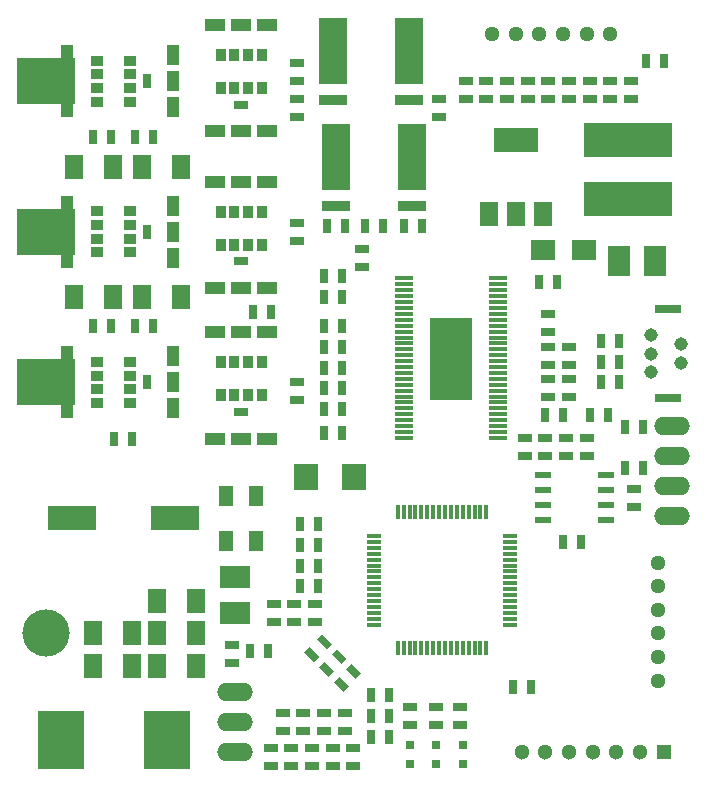
<source format=gts>
G04 #@! TF.FileFunction,Soldermask,Top*
%FSLAX46Y46*%
G04 Gerber Fmt 4.6, Leading zero omitted, Abs format (unit mm)*
G04 Created by KiCad (PCBNEW 4.0.6) date 07/13/17 22:09:39*
%MOMM*%
%LPD*%
G01*
G04 APERTURE LIST*
%ADD10C,0.100000*%
%ADD11R,0.635000X1.143000*%
%ADD12R,1.143000X0.635000*%
%ADD13R,1.501140X0.299720*%
%ADD14R,3.599180X7.000240*%
%ADD15C,1.143000*%
%ADD16R,2.300000X0.800000*%
%ADD17R,2.499360X1.950720*%
%ADD18R,1.950720X2.499360*%
%ADD19O,3.048000X1.524000*%
%ADD20R,7.498080X2.997200*%
%ADD21C,1.300480*%
%ADD22R,1.300000X1.300000*%
%ADD23C,1.300000*%
%ADD24R,4.000000X5.000000*%
%ADD25R,5.000000X4.000000*%
%ADD26R,2.438400X5.588000*%
%ADD27R,2.438400X0.889000*%
%ADD28R,1.300480X0.300000*%
%ADD29R,0.300000X1.300480*%
%ADD30R,1.399540X0.599440*%
%ADD31R,1.198880X1.800860*%
%ADD32R,0.701040X1.300480*%
%ADD33R,1.099820X0.850900*%
%ADD34R,1.099820X1.699260*%
%ADD35R,1.300480X0.701040*%
%ADD36R,0.850900X1.099820*%
%ADD37R,1.699260X1.099820*%
%ADD38R,0.800000X0.800000*%
%ADD39R,2.100580X1.699260*%
%ADD40R,3.800000X2.000000*%
%ADD41R,1.500000X2.000000*%
%ADD42R,1.524000X2.032000*%
%ADD43R,1.998980X2.301240*%
%ADD44R,4.100000X2.000000*%
%ADD45C,4.000000*%
G04 APERTURE END LIST*
D10*
D11*
X50512000Y-127750000D03*
X48988000Y-127750000D03*
D12*
X71750000Y-115262000D03*
X71750000Y-113738000D03*
D13*
X57749500Y-109696220D03*
X57749500Y-110196600D03*
X57749500Y-110696980D03*
X57749500Y-111197360D03*
X57749500Y-111697740D03*
X57749500Y-112195580D03*
X57749500Y-112695960D03*
X57749500Y-113196340D03*
X57749500Y-113696720D03*
X57749500Y-114197100D03*
X57749500Y-114697480D03*
X57749500Y-105197880D03*
X57749500Y-105695720D03*
X57749500Y-106196100D03*
X65750500Y-110696980D03*
X57749500Y-107196860D03*
X57749500Y-107697240D03*
X57749500Y-108197620D03*
X57749500Y-108695460D03*
X57749500Y-109195840D03*
X65750500Y-113196340D03*
X65750500Y-112695960D03*
X65750500Y-112195580D03*
X65750500Y-111697740D03*
X65750500Y-111197360D03*
X57749500Y-106696480D03*
X65750500Y-110196600D03*
X65750500Y-109696220D03*
X65750500Y-109195840D03*
X65750500Y-108695460D03*
X65750500Y-108197620D03*
X65750500Y-107697240D03*
X65750500Y-107196860D03*
X65750500Y-118695440D03*
X65750500Y-118197600D03*
X65750500Y-117697220D03*
X65750500Y-117196840D03*
X65750500Y-116696460D03*
X65750500Y-116196080D03*
X65750500Y-115695700D03*
X65750500Y-115197860D03*
X65750500Y-114697480D03*
X65750500Y-114197100D03*
X65750500Y-113696720D03*
X65750500Y-106696480D03*
X65750500Y-106196100D03*
X65750500Y-105695720D03*
X65750500Y-105197880D03*
X57749500Y-115197860D03*
X57749500Y-115695700D03*
X57749500Y-116196080D03*
X57749500Y-116696460D03*
X57749500Y-117196840D03*
X57749500Y-117697220D03*
X57749500Y-118197600D03*
X57749500Y-118695440D03*
D14*
X61750000Y-112000000D03*
D11*
X51000000Y-118250000D03*
X52524000Y-118250000D03*
D15*
X78650000Y-109950000D03*
X81250000Y-110750000D03*
X78650000Y-111550000D03*
X81250000Y-112350000D03*
X78650000Y-113150000D03*
D16*
X80100000Y-107800000D03*
X80100000Y-115300000D03*
D12*
X48500000Y-134262000D03*
X48500000Y-132738000D03*
D11*
X46262000Y-136750000D03*
X44738000Y-136750000D03*
X79762000Y-86750000D03*
X78238000Y-86750000D03*
D12*
X63000000Y-90012000D03*
X63000000Y-88488000D03*
X71750000Y-90012000D03*
X71750000Y-88488000D03*
X77000000Y-90012000D03*
X77000000Y-88488000D03*
X46500000Y-146512000D03*
X46500000Y-144988000D03*
X48250000Y-146512000D03*
X48250000Y-144988000D03*
X50000000Y-146512000D03*
X50000000Y-144988000D03*
X51750000Y-146512000D03*
X51750000Y-144988000D03*
X53500000Y-146512000D03*
X53500000Y-144988000D03*
D11*
X50512000Y-126000000D03*
X48988000Y-126000000D03*
X67000000Y-139750000D03*
X68524000Y-139750000D03*
X71226000Y-127500000D03*
X72750000Y-127500000D03*
D12*
X70000000Y-112512000D03*
X70000000Y-110988000D03*
X69750000Y-120250000D03*
X69750000Y-118726000D03*
X70000000Y-115262000D03*
X70000000Y-113738000D03*
X73250000Y-118726000D03*
X73250000Y-120250000D03*
X70000000Y-109762000D03*
X70000000Y-108238000D03*
D11*
X70774000Y-105500000D03*
X69250000Y-105500000D03*
D12*
X47500000Y-143512000D03*
X47500000Y-141988000D03*
D17*
X43500000Y-130476000D03*
X43500000Y-133524000D03*
D12*
X71750000Y-112512000D03*
X71750000Y-110988000D03*
D11*
X50976000Y-114500000D03*
X52500000Y-114500000D03*
X50988000Y-109250000D03*
X52512000Y-109250000D03*
X52524000Y-106750000D03*
X51000000Y-106750000D03*
D12*
X49250000Y-141988000D03*
X49250000Y-143512000D03*
D11*
X48988000Y-129500000D03*
X50512000Y-129500000D03*
D18*
X79024000Y-103750000D03*
X75976000Y-103750000D03*
D12*
X54250000Y-104250000D03*
X54250000Y-102726000D03*
X51000000Y-141988000D03*
X51000000Y-143512000D03*
D11*
X54488000Y-100750000D03*
X56012000Y-100750000D03*
X56512000Y-142250000D03*
X54988000Y-142250000D03*
D12*
X52750000Y-143512000D03*
X52750000Y-141988000D03*
D19*
X43500000Y-140210000D03*
X43500000Y-142750000D03*
X43500000Y-145290000D03*
D20*
X76750000Y-98499360D03*
X76750000Y-93500640D03*
D21*
X71250760Y-84500000D03*
X69249240Y-84500000D03*
X67250260Y-84500000D03*
X65248740Y-84500000D03*
X73249740Y-84500000D03*
X75251260Y-84500000D03*
X79250000Y-133249240D03*
X79250000Y-135250760D03*
X79250000Y-137249740D03*
X79250000Y-139251260D03*
X79250000Y-131250260D03*
X79250000Y-129248740D03*
D22*
X79754560Y-145250000D03*
D23*
X75751520Y-145250000D03*
X77753040Y-145250000D03*
X73752540Y-145250000D03*
X71751020Y-145250000D03*
X69749500Y-145250000D03*
X67750520Y-145250000D03*
D24*
X37750000Y-144250000D03*
X28750000Y-144250000D03*
D25*
X27500000Y-88500000D03*
X27500000Y-101250000D03*
X27500000Y-114000000D03*
D11*
X54988000Y-144000000D03*
X56512000Y-144000000D03*
X56512000Y-140500000D03*
X54988000Y-140500000D03*
D12*
X46750000Y-134262000D03*
X46750000Y-132738000D03*
X50250000Y-134262000D03*
X50250000Y-132738000D03*
X43250000Y-136238000D03*
X43250000Y-137762000D03*
D11*
X76012000Y-110500000D03*
X74488000Y-110500000D03*
X50512000Y-131250000D03*
X48988000Y-131250000D03*
D12*
X75250000Y-88488000D03*
X75250000Y-90012000D03*
X70000000Y-88488000D03*
X70000000Y-90012000D03*
X64750000Y-88488000D03*
X64750000Y-90012000D03*
X66500000Y-88488000D03*
X66500000Y-90012000D03*
X68250000Y-88488000D03*
X68250000Y-90012000D03*
X73500000Y-88488000D03*
X73500000Y-90012000D03*
D11*
X78012000Y-117750000D03*
X76488000Y-117750000D03*
X75012000Y-116750000D03*
X73488000Y-116750000D03*
D12*
X71500000Y-120250000D03*
X71500000Y-118726000D03*
D11*
X69738000Y-116750000D03*
X71262000Y-116750000D03*
D12*
X68000000Y-120250000D03*
X68000000Y-118726000D03*
X58250000Y-143012000D03*
X58250000Y-141488000D03*
X48750000Y-86988000D03*
X48750000Y-88512000D03*
D10*
G36*
X52640790Y-140167433D02*
X51832567Y-139359210D01*
X52281580Y-138910197D01*
X53089803Y-139718420D01*
X52640790Y-140167433D01*
X52640790Y-140167433D01*
G37*
G36*
X53718420Y-139089803D02*
X52910197Y-138281580D01*
X53359210Y-137832567D01*
X54167433Y-138640790D01*
X53718420Y-139089803D01*
X53718420Y-139089803D01*
G37*
D11*
X50988000Y-116250000D03*
X52512000Y-116250000D03*
D12*
X48750000Y-100488000D03*
X48750000Y-102012000D03*
D10*
G36*
X51390790Y-138917433D02*
X50582567Y-138109210D01*
X51031580Y-137660197D01*
X51839803Y-138468420D01*
X51390790Y-138917433D01*
X51390790Y-138917433D01*
G37*
G36*
X52468420Y-137839803D02*
X51660197Y-137031580D01*
X52109210Y-136582567D01*
X52917433Y-137390790D01*
X52468420Y-137839803D01*
X52468420Y-137839803D01*
G37*
D11*
X50988000Y-112750000D03*
X52512000Y-112750000D03*
X51000000Y-111000000D03*
X52524000Y-111000000D03*
X33226000Y-118750000D03*
X34750000Y-118750000D03*
D12*
X48750000Y-113976000D03*
X48750000Y-115500000D03*
D10*
G36*
X50140790Y-137667433D02*
X49332567Y-136859210D01*
X49781580Y-136410197D01*
X50589803Y-137218420D01*
X50140790Y-137667433D01*
X50140790Y-137667433D01*
G37*
G36*
X51218420Y-136589803D02*
X50410197Y-135781580D01*
X50859210Y-135332567D01*
X51667433Y-136140790D01*
X51218420Y-136589803D01*
X51218420Y-136589803D01*
G37*
D11*
X44988000Y-108000000D03*
X46512000Y-108000000D03*
X34988000Y-109250000D03*
X36512000Y-109250000D03*
X31488000Y-109250000D03*
X33012000Y-109250000D03*
D12*
X60500000Y-143012000D03*
X60500000Y-141488000D03*
X62500000Y-143012000D03*
X62500000Y-141488000D03*
D11*
X50976000Y-105000000D03*
X52500000Y-105000000D03*
X34988000Y-93250000D03*
X36512000Y-93250000D03*
X31488000Y-93250000D03*
X33012000Y-93250000D03*
D12*
X60750000Y-89988000D03*
X60750000Y-91512000D03*
X48750000Y-89988000D03*
X48750000Y-91512000D03*
D11*
X51238000Y-100750000D03*
X52762000Y-100750000D03*
X59262000Y-100750000D03*
X57738000Y-100750000D03*
D26*
X58488500Y-94952000D03*
X52011500Y-94952000D03*
D27*
X58488500Y-99079500D03*
X52011500Y-99079500D03*
D26*
X58238500Y-85952000D03*
X51761500Y-85952000D03*
D27*
X58238500Y-90079500D03*
X51761500Y-90079500D03*
D11*
X74488000Y-112250000D03*
X76012000Y-112250000D03*
X74488000Y-114000000D03*
X76012000Y-114000000D03*
D12*
X77250000Y-123000000D03*
X77250000Y-124524000D03*
D11*
X76488000Y-121250000D03*
X78012000Y-121250000D03*
D28*
X55249440Y-128499560D03*
X55249440Y-128999940D03*
X55249440Y-129500320D03*
X55249440Y-130000700D03*
X55249440Y-130501080D03*
X55249440Y-127000960D03*
X55249440Y-127498800D03*
X55249440Y-127999180D03*
D29*
X57250960Y-136500560D03*
X57748800Y-136500560D03*
X58249180Y-136500560D03*
X58749560Y-136500560D03*
X59249940Y-136500560D03*
X59750320Y-136500560D03*
X60250700Y-136500560D03*
X60751080Y-136500560D03*
D28*
X66750560Y-134499040D03*
X66750560Y-134001200D03*
X66750560Y-133500820D03*
X66750560Y-133000440D03*
X66750560Y-132500060D03*
X66750560Y-131999680D03*
X66750560Y-131499300D03*
X66750560Y-130998920D03*
D29*
X64749040Y-124999440D03*
X64251200Y-124999440D03*
X63750820Y-124999440D03*
X63250440Y-124999440D03*
X62750060Y-124999440D03*
X62249680Y-124999440D03*
X61749300Y-124999440D03*
X61248920Y-124999440D03*
D28*
X55249440Y-130998920D03*
X55249440Y-131499300D03*
X55249440Y-131999680D03*
D29*
X61248920Y-136500560D03*
X61749300Y-136500560D03*
X62249680Y-136500560D03*
D28*
X66750560Y-130501080D03*
X66750560Y-130000700D03*
X66750560Y-129500320D03*
D29*
X60751080Y-124999440D03*
X60250700Y-124999440D03*
X59750320Y-124999440D03*
D28*
X55249440Y-132500060D03*
X55249440Y-133000440D03*
X55249440Y-133500820D03*
X55249440Y-134001200D03*
X55249440Y-134499040D03*
D29*
X62750060Y-136500560D03*
X63250440Y-136500560D03*
X63750820Y-136500560D03*
X64251200Y-136500560D03*
X64749040Y-136500560D03*
D28*
X66750560Y-128999940D03*
X66750560Y-128499560D03*
X66750560Y-127999180D03*
X66750560Y-127498800D03*
X66750560Y-127000960D03*
D29*
X59249940Y-124999440D03*
X58749560Y-124999440D03*
X58249180Y-124999440D03*
X57748800Y-124999440D03*
X57250960Y-124999440D03*
D30*
X74917000Y-121845000D03*
X69583000Y-121845000D03*
X74917000Y-123115000D03*
X74917000Y-124385000D03*
X74917000Y-125655000D03*
X69583000Y-123115000D03*
X69583000Y-124385000D03*
X69583000Y-125655000D03*
D31*
X45249680Y-123600080D03*
X42750320Y-123600080D03*
X42750320Y-127399920D03*
X45249680Y-127399920D03*
D32*
X36000440Y-88500000D03*
D33*
X34600900Y-89079120D03*
X34600900Y-87920880D03*
X31799280Y-87920880D03*
X31799280Y-89079120D03*
X34600900Y-90229740D03*
X31799280Y-90229740D03*
X34600900Y-86770260D03*
X31799280Y-86770260D03*
D34*
X38250880Y-88500000D03*
X38250880Y-90699640D03*
X38250880Y-86300360D03*
X29251660Y-88500000D03*
X29251660Y-86300360D03*
X29251660Y-90699640D03*
D35*
X44000000Y-90500440D03*
D36*
X43420880Y-89100900D03*
X44579120Y-89100900D03*
X44579120Y-86299280D03*
X43420880Y-86299280D03*
X42270260Y-89100900D03*
X42270260Y-86299280D03*
X45729740Y-89100900D03*
X45729740Y-86299280D03*
D37*
X44000000Y-92750880D03*
X41800360Y-92750880D03*
X46199640Y-92750880D03*
X44000000Y-83751660D03*
X46199640Y-83751660D03*
X41800360Y-83751660D03*
D32*
X36000440Y-101250000D03*
D33*
X34600900Y-101829120D03*
X34600900Y-100670880D03*
X31799280Y-100670880D03*
X31799280Y-101829120D03*
X34600900Y-102979740D03*
X31799280Y-102979740D03*
X34600900Y-99520260D03*
X31799280Y-99520260D03*
D34*
X38250880Y-101250000D03*
X38250880Y-103449640D03*
X38250880Y-99050360D03*
X29251660Y-101250000D03*
X29251660Y-99050360D03*
X29251660Y-103449640D03*
D35*
X44000000Y-103750440D03*
D36*
X43420880Y-102350900D03*
X44579120Y-102350900D03*
X44579120Y-99549280D03*
X43420880Y-99549280D03*
X42270260Y-102350900D03*
X42270260Y-99549280D03*
X45729740Y-102350900D03*
X45729740Y-99549280D03*
D37*
X44000000Y-106000880D03*
X41800360Y-106000880D03*
X46199640Y-106000880D03*
X44000000Y-97001660D03*
X46199640Y-97001660D03*
X41800360Y-97001660D03*
D32*
X36000440Y-114000000D03*
D33*
X34600900Y-114579120D03*
X34600900Y-113420880D03*
X31799280Y-113420880D03*
X31799280Y-114579120D03*
X34600900Y-115729740D03*
X31799280Y-115729740D03*
X34600900Y-112270260D03*
X31799280Y-112270260D03*
D34*
X38250880Y-114000000D03*
X38250880Y-116199640D03*
X38250880Y-111800360D03*
X29251660Y-114000000D03*
X29251660Y-111800360D03*
X29251660Y-116199640D03*
D35*
X44000000Y-116500440D03*
D36*
X43420880Y-115100900D03*
X44579120Y-115100900D03*
X44579120Y-112299280D03*
X43420880Y-112299280D03*
X42270260Y-115100900D03*
X42270260Y-112299280D03*
X45729740Y-115100900D03*
X45729740Y-112299280D03*
D37*
X44000000Y-118750880D03*
X41800360Y-118750880D03*
X46199640Y-118750880D03*
X44000000Y-109751660D03*
X46199640Y-109751660D03*
X41800360Y-109751660D03*
D38*
X62750000Y-146300000D03*
X62750000Y-144700000D03*
X60500000Y-146300000D03*
X60500000Y-144700000D03*
X58250000Y-146300000D03*
X58250000Y-144700000D03*
D39*
X69520260Y-102750000D03*
X72979740Y-102750000D03*
D40*
X67250000Y-93450000D03*
D41*
X67250000Y-99750000D03*
X69550000Y-99750000D03*
X64950000Y-99750000D03*
D42*
X31448000Y-135250000D03*
X34750000Y-135250000D03*
X40151000Y-138000000D03*
X36849000Y-138000000D03*
X34750000Y-138000000D03*
X31448000Y-138000000D03*
X33151000Y-95750000D03*
X29849000Y-95750000D03*
X35599000Y-95750000D03*
X38901000Y-95750000D03*
X40151000Y-132500000D03*
X36849000Y-132500000D03*
X40151000Y-135250000D03*
X36849000Y-135250000D03*
X35599000Y-106750000D03*
X38901000Y-106750000D03*
X33151000Y-106750000D03*
X29849000Y-106750000D03*
D43*
X53509140Y-122000000D03*
X49490860Y-122000000D03*
D44*
X29650000Y-125450000D03*
X38350000Y-125450000D03*
D19*
X80500000Y-122770000D03*
X80500000Y-125310000D03*
X80500000Y-120230000D03*
X80500000Y-117690000D03*
D45*
X27500000Y-135250000D03*
M02*

</source>
